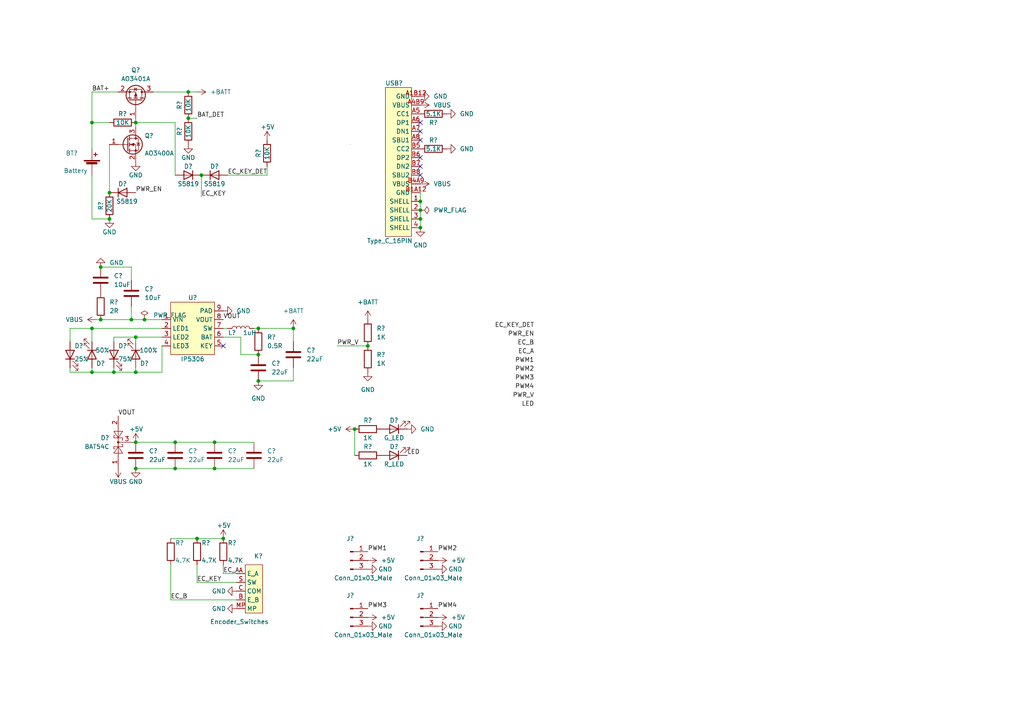
<source format=kicad_sch>
(kicad_sch (version 20211123) (generator eeschema)
  (paper "A4")
  (lib_symbols
    (symbol "Connector:Conn_01x03_Male" (pin_names (offset 1.016) hide)
      (property "Reference" "J" (at 0 5.08 0))
      (property "Value" "Conn_01x03_Male" (at 0 -5.08 0))
      (symbol "Conn_01x03_Male_1_1"
        (polyline (pts (xy 1.27 -2.54) (xy 0.8636 -2.54)) (stroke (width 0.1524)))
        (polyline (pts (xy 1.27 0) (xy 0.8636 0)) (stroke (width 0.1524)))
        (polyline (pts (xy 1.27 2.54) (xy 0.8636 2.54)) (stroke (width 0.1524)))
        (rectangle (start 0.8636 -2.413) (end 0 -2.667) (stroke (width 0.1524)) (fill (type outline)))
        (rectangle (start 0.8636 0.127) (end 0 -0.127) (stroke (width 0.1524)) (fill (type outline)))
        (rectangle (start 0.8636 2.667) (end 0 2.413) (stroke (width 0.1524)) (fill (type outline)))
        (pin passive line (at 5.08 2.54 180) (length 3.81) (name "Pin_1") (number "1"))
        (pin passive line (at 5.08 0 180) (length 3.81) (name "Pin_2") (number "2"))
        (pin passive line (at 5.08 -2.54 180) (length 3.81) (name "Pin_3") (number "3"))
      )
    )
    (symbol "Del_Schlib:Encoder_Switches"
      (property "Reference" "K" (at 0 1.27 0))
      (property "Value" "Encoder_Switches" (at -2.54 -15.24 0))
      (symbol "Encoder_Switches_0_1"
        (rectangle (start 0 0) (end 5.08 -13.97) (fill (type background)))
      )
      (symbol "Encoder_Switches_1_1"
        (pin output line (at -2.54 -2.54 0) (length 2.54) (name "E_A") (number "A"))
        (pin output line (at -2.54 -10.16 0) (length 2.54) (name "E_B") (number "B"))
        (pin power_in line (at -2.54 -7.62 0) (length 2.54) (name "COM") (number "C"))
        (pin power_in line (at -2.54 -12.7 0) (length 2.54) (name "MP") (number "MP"))
        (pin output line (at -2.54 -5.08 0) (length 2.54) (name "SW") (number "S"))
      )
    )
    (symbol "Del_Schlib:IP5306"
      (property "Reference" "U" (at 0 1.27 0))
      (property "Value" "IP5306" (at 8.89 1.27 0))
      (symbol "IP5306_0_1"
        (rectangle (start 0 0) (end 12.7 -15.24) (fill (type background)))
      )
      (symbol "IP5306_1_1"
        (pin power_in line (at -2.54 -5.08 0) (length 2.54) (name "VIN") (number "1"))
        (pin bidirectional line (at -2.54 -7.62 0) (length 2.54) (name "LED1") (number "2"))
        (pin bidirectional line (at -2.54 -10.16 0) (length 2.54) (name "LED2") (number "3"))
        (pin bidirectional line (at -2.54 -12.7 0) (length 2.54) (name "LED3") (number "4"))
        (pin input line (at 15.24 -12.7 180) (length 2.54) (name "KEY") (number "5"))
        (pin bidirectional line (at 15.24 -10.16 180) (length 2.54) (name "BAT") (number "6"))
        (pin bidirectional line (at 15.24 -7.62 180) (length 2.54) (name "SW") (number "7"))
        (pin power_out line (at 15.24 -5.08 180) (length 2.54) (name "VOUT") (number "8"))
        (pin power_in line (at 15.24 -2.54 180) (length 2.54) (name "PAD") (number "9"))
      )
    )
    (symbol "Del_Schlib:Type_C_16PIN"
      (property "Reference" "USB" (at 2.54 1.27 0))
      (property "Value" "Type_C_16PIN" (at 6.35 -44.45 0))
      (symbol "Type_C_16PIN_0_1"
        (arc (start -10.16 -16.51) (mid -10.16 -16.51) (end -10.16 -16.51))
        (rectangle (start 0 0) (end 7.62 -43.18) (fill (type background)))
      )
      (symbol "Type_C_16PIN_1_1"
        (pin power_in line (at 10.16 -33.02 180) (length 2.54) (name "SHELL") (number "1"))
        (pin power_in line (at 10.16 -35.56 180) (length 2.54) (name "SHELL") (number "2"))
        (pin power_in line (at 10.16 -38.1 180) (length 2.54) (name "SHELL") (number "3"))
        (pin power_in line (at 10.16 -40.64 180) (length 2.54) (name "SHELL") (number "4"))
        (pin power_in line (at 10.16 -2.54 180) (length 2.54) (name "GND") (number "A1B12"))
        (pin power_in line (at 10.16 -5.08 180) (length 2.54) (name "VBUS") (number "A4B9"))
        (pin bidirectional line (at 10.16 -7.62 180) (length 2.54) (name "CC1") (number "A5"))
        (pin bidirectional line (at 10.16 -10.16 180) (length 2.54) (name "DP1") (number "A6"))
        (pin bidirectional line (at 10.16 -12.7 180) (length 2.54) (name "DN1") (number "A7"))
        (pin bidirectional line (at 10.16 -15.24 180) (length 2.54) (name "SBU1") (number "A8"))
        (pin power_in line (at 10.16 -30.48 180) (length 2.54) (name "GND") (number "B1A12"))
        (pin power_in line (at 10.16 -27.94 180) (length 2.54) (name "VBUS") (number "B4A9"))
        (pin bidirectional line (at 10.16 -17.78 180) (length 2.54) (name "CC2") (number "B5"))
        (pin bidirectional line (at 10.16 -20.32 180) (length 2.54) (name "DP2") (number "B6"))
        (pin bidirectional line (at 10.16 -22.86 180) (length 2.54) (name "DN2") (number "B7"))
        (pin bidirectional line (at 10.16 -25.4 180) (length 2.54) (name "SBU2") (number "B8"))
      )
    )
    (symbol "Device:Battery_Cell" (pin_numbers hide) (pin_names (offset 0) hide)
      (property "Reference" "BT" (at 2.54 2.54 0))
      (property "Value" "Battery_Cell" (at 2.54 0 0))
      (symbol "Battery_Cell_0_1"
        (rectangle (start -2.286 1.778) (end 2.286 1.524) (fill (type outline)))
        (rectangle (start -1.5748 1.1938) (end 1.4732 0.6858) (fill (type outline)))
        (polyline (pts (xy 0 0.762) (xy 0 0)))
        (polyline (pts (xy 0 1.778) (xy 0 2.54)))
        (polyline (pts (xy 0.508 3.429) (xy 1.524 3.429)) (stroke (width 0.254)))
        (polyline (pts (xy 1.016 3.937) (xy 1.016 2.921)) (stroke (width 0.254)))
      )
      (symbol "Battery_Cell_1_1"
        (pin passive line (at 0 5.08 270) (length 2.54) (name "+") (number "1"))
        (pin passive line (at 0 -2.54 90) (length 2.54) (name "-") (number "2"))
      )
    )
    (symbol "Device:C" (pin_numbers hide) (pin_names (offset 0.254))
      (property "Reference" "C" (at 0.635 2.54 0))
      (property "Value" "C" (at 0.635 -2.54 0))
      (symbol "C_0_1"
        (polyline (pts (xy -2.032 -0.762) (xy 2.032 -0.762)) (stroke (width 0.508)))
        (polyline (pts (xy -2.032 0.762) (xy 2.032 0.762)) (stroke (width 0.508)))
      )
      (symbol "C_1_1"
        (pin passive line (at 0 3.81 270) (length 2.794) (name "~") (number "1"))
        (pin passive line (at 0 -3.81 90) (length 2.794) (name "~") (number "2"))
      )
    )
    (symbol "Device:D" (pin_numbers hide) (pin_names (offset 1.016) hide)
      (property "Reference" "D" (at 0 2.54 0))
      (property "Value" "D" (at 0 -2.54 0))
      (symbol "D_0_1"
        (polyline (pts (xy -1.27 1.27) (xy -1.27 -1.27)) (stroke (width 0.254)))
        (polyline (pts (xy 1.27 0) (xy -1.27 0)))
        (polyline (pts (xy 1.27 1.27) (xy 1.27 -1.27) (xy -1.27 0) (xy 1.27 1.27)) (stroke (width 0.254)))
      )
      (symbol "D_1_1"
        (pin passive line (at -3.81 0 0) (length 2.54) (name "K") (number "1"))
        (pin passive line (at 3.81 0 180) (length 2.54) (name "A") (number "2"))
      )
    )
    (symbol "Device:L" (pin_numbers hide) (pin_names (offset 1.016) hide)
      (property "Reference" "L" (at -1.27 0 90))
      (property "Value" "L" (at 1.905 0 90))
      (symbol "L_0_1"
        (arc (start 0 -2.54) (mid 0.635 -1.905) (end 0 -1.27))
        (arc (start 0 -1.27) (mid 0.635 -0.635) (end 0 0))
        (arc (start 0 0) (mid 0.635 0.635) (end 0 1.27))
        (arc (start 0 1.27) (mid 0.635 1.905) (end 0 2.54))
      )
      (symbol "L_1_1"
        (pin passive line (at 0 3.81 270) (length 1.27) (name "1") (number "1"))
        (pin passive line (at 0 -3.81 90) (length 1.27) (name "2") (number "2"))
      )
    )
    (symbol "Device:LED" (pin_numbers hide) (pin_names (offset 1.016) hide)
      (property "Reference" "D" (at 0 2.54 0))
      (property "Value" "LED" (at 0 -2.54 0))
      (symbol "LED_0_1"
        (polyline (pts (xy -1.27 -1.27) (xy -1.27 1.27)) (stroke (width 0.254)))
        (polyline (pts (xy -1.27 0) (xy 1.27 0)))
        (polyline (pts (xy 1.27 -1.27) (xy 1.27 1.27) (xy -1.27 0) (xy 1.27 -1.27)) (stroke (width 0.254)))
        (polyline (pts (xy -3.048 -0.762) (xy -4.572 -2.286) (xy -3.81 -2.286) (xy -4.572 -2.286) (xy -4.572 -1.524)))
        (polyline (pts (xy -1.778 -0.762) (xy -3.302 -2.286) (xy -2.54 -2.286) (xy -3.302 -2.286) (xy -3.302 -1.524)))
      )
      (symbol "LED_1_1"
        (pin passive line (at -3.81 0 0) (length 2.54) (name "K") (number "1"))
        (pin passive line (at 3.81 0 180) (length 2.54) (name "A") (number "2"))
      )
    )
    (symbol "Device:R" (pin_numbers hide) (pin_names (offset 0))
      (property "Reference" "R" (at 2.032 0 90))
      (property "Value" "R" (at 0 0 90))
      (symbol "R_0_1"
        (rectangle (start -1.016 -2.54) (end 1.016 2.54) (stroke (width 0.254)))
      )
      (symbol "R_1_1"
        (pin passive line (at 0 3.81 270) (length 1.27) (name "~") (number "1"))
        (pin passive line (at 0 -3.81 90) (length 1.27) (name "~") (number "2"))
      )
    )
    (symbol "Diode:BAT54C" (pin_names (offset 1.016))
      (property "Reference" "D" (at 0.635 -3.81 0))
      (property "Value" "BAT54C" (at -6.35 3.175 0))
      (symbol "BAT54C_0_1"
        (polyline (pts (xy -1.905 0) (xy 1.905 0)))
        (polyline (pts (xy -1.905 1.27) (xy -1.905 1.016)))
        (polyline (pts (xy -1.27 -1.27) (xy -0.635 -1.27)))
        (polyline (pts (xy -1.27 0) (xy -3.81 0)))
        (polyline (pts (xy -1.27 1.27) (xy -1.905 1.27)))
        (polyline (pts (xy -1.27 1.27) (xy -1.27 -1.27)))
        (polyline (pts (xy -0.635 -1.27) (xy -0.635 -1.016)))
        (polyline (pts (xy 0.635 -1.27) (xy 0.635 -1.016)))
        (polyline (pts (xy 1.27 -1.27) (xy 0.635 -1.27)))
        (polyline (pts (xy 1.27 1.27) (xy 1.27 -1.27)))
        (polyline (pts (xy 1.27 1.27) (xy 1.905 1.27)))
        (polyline (pts (xy 1.905 1.27) (xy 1.905 1.016)))
        (polyline (pts (xy 3.81 0) (xy 1.27 0)))
        (polyline (pts (xy -3.175 -1.27) (xy -3.175 1.27) (xy -1.27 0) (xy -3.175 -1.27)))
        (polyline (pts (xy 3.175 -1.27) (xy 3.175 1.27) (xy 1.27 0) (xy 3.175 -1.27)))
        (circle (center 0 0) (radius 0.254) (fill (type outline)))
      )
      (symbol "BAT54C_1_1"
        (pin passive line (at -7.62 0 0) (length 3.81) (name "~") (number "1"))
        (pin passive line (at 7.62 0 180) (length 3.81) (name "~") (number "2"))
        (pin passive line (at 0 -5.08 90) (length 5.08) (name "~") (number "3"))
      )
    )
    (symbol "Transistor_FET:AO3400A" (pin_names hide)
      (property "Reference" "Q" (at 5.08 1.905 0))
      (property "Value" "AO3400A" (at 5.08 0 0))
      (symbol "AO3400A_0_1"
        (polyline (pts (xy 0.254 0) (xy -2.54 0)))
        (polyline (pts (xy 0.254 1.905) (xy 0.254 -1.905)) (stroke (width 0.254)))
        (polyline (pts (xy 0.762 -1.27) (xy 0.762 -2.286)) (stroke (width 0.254)))
        (polyline (pts (xy 0.762 0.508) (xy 0.762 -0.508)) (stroke (width 0.254)))
        (polyline (pts (xy 0.762 2.286) (xy 0.762 1.27)) (stroke (width 0.254)))
        (polyline (pts (xy 2.54 2.54) (xy 2.54 1.778)))
        (polyline (pts (xy 2.54 -2.54) (xy 2.54 0) (xy 0.762 0)))
        (polyline (pts (xy 0.762 -1.778) (xy 3.302 -1.778) (xy 3.302 1.778) (xy 0.762 1.778)))
        (polyline (pts (xy 1.016 0) (xy 2.032 0.381) (xy 2.032 -0.381) (xy 1.016 0)) (fill (type outline)))
        (polyline (pts (xy 2.794 0.508) (xy 2.921 0.381) (xy 3.683 0.381) (xy 3.81 0.254)))
        (polyline (pts (xy 3.302 0.381) (xy 2.921 -0.254) (xy 3.683 -0.254) (xy 3.302 0.381)))
        (circle (center 1.651 0) (radius 2.794) (stroke (width 0.254)))
        (circle (center 2.54 -1.778) (radius 0.254) (fill (type outline)))
        (circle (center 2.54 1.778) (radius 0.254) (fill (type outline)))
      )
      (symbol "AO3400A_1_1"
        (pin input line (at -5.08 0 0) (length 2.54) (name "G") (number "1"))
        (pin passive line (at 2.54 -5.08 90) (length 2.54) (name "S") (number "2"))
        (pin passive line (at 2.54 5.08 270) (length 2.54) (name "D") (number "3"))
      )
    )
    (symbol "Transistor_FET:AO3401A" (pin_names hide)
      (property "Reference" "Q" (at 5.08 1.905 0))
      (property "Value" "AO3401A" (at 5.08 0 0))
      (symbol "AO3401A_0_1"
        (polyline (pts (xy 0.254 0) (xy -2.54 0)))
        (polyline (pts (xy 0.254 1.905) (xy 0.254 -1.905)) (stroke (width 0.254)))
        (polyline (pts (xy 0.762 -1.27) (xy 0.762 -2.286)) (stroke (width 0.254)))
        (polyline (pts (xy 0.762 0.508) (xy 0.762 -0.508)) (stroke (width 0.254)))
        (polyline (pts (xy 0.762 2.286) (xy 0.762 1.27)) (stroke (width 0.254)))
        (polyline (pts (xy 2.54 2.54) (xy 2.54 1.778)))
        (polyline (pts (xy 2.54 -2.54) (xy 2.54 0) (xy 0.762 0)))
        (polyline (pts (xy 0.762 1.778) (xy 3.302 1.778) (xy 3.302 -1.778) (xy 0.762 -1.778)))
        (polyline (pts (xy 2.286 0) (xy 1.27 0.381) (xy 1.27 -0.381) (xy 2.286 0)) (fill (type outline)))
        (polyline (pts (xy 2.794 -0.508) (xy 2.921 -0.381) (xy 3.683 -0.381) (xy 3.81 -0.254)))
        (polyline (pts (xy 3.302 -0.381) (xy 2.921 0.254) (xy 3.683 0.254) (xy 3.302 -0.381)))
        (circle (center 1.651 0) (radius 2.794) (stroke (width 0.254)))
        (circle (center 2.54 -1.778) (radius 0.254) (fill (type outline)))
        (circle (center 2.54 1.778) (radius 0.254) (fill (type outline)))
      )
      (symbol "AO3401A_1_1"
        (pin input line (at -5.08 0 0) (length 2.54) (name "G") (number "1"))
        (pin passive line (at 2.54 -5.08 90) (length 2.54) (name "S") (number "2"))
        (pin passive line (at 2.54 5.08 270) (length 2.54) (name "D") (number "3"))
      )
    )
    (symbol "power:+5V" (power) (pin_names (offset 0))
      (property "Value" "+5V" (at 0 3.556 0))
      (symbol "+5V_0_1"
        (polyline (pts (xy -0.762 1.27) (xy 0 2.54)))
        (polyline (pts (xy 0 0) (xy 0 2.54)))
        (polyline (pts (xy 0 2.54) (xy 0.762 1.27)))
      )
      (symbol "+5V_1_1"
        (pin power_in line (at 0 0 90) (length 0) hide (name "+5V") (number "1"))
      )
    )
    (symbol "power:+BATT" (power) (pin_names (offset 0))
      (property "Value" "+BATT" (at 0 3.556 0))
      (symbol "+BATT_0_1"
        (polyline (pts (xy -0.762 1.27) (xy 0 2.54)))
        (polyline (pts (xy 0 0) (xy 0 2.54)))
        (polyline (pts (xy 0 2.54) (xy 0.762 1.27)))
      )
      (symbol "+BATT_1_1"
        (pin power_in line (at 0 0 90) (length 0) hide (name "+BATT") (number "1"))
      )
    )
    (symbol "power:GND" (power) (pin_names (offset 0))
      (property "Value" "GND" (at 0 -3.81 0))
      (symbol "GND_0_1"
        (polyline (pts (xy 0 0) (xy 0 -1.27) (xy 1.27 -1.27) (xy 0 -2.54) (xy -1.27 -1.27) (xy 0 -1.27)))
      )
      (symbol "GND_1_1"
        (pin power_in line (at 0 0 270) (length 0) hide (name "GND") (number "1"))
      )
    )
    (symbol "power:PWR_FLAG" (power) (pin_numbers hide) (pin_names (offset 0) hide)
      (property "Value" "PWR_FLAG" (at 0 3.81 0))
      (symbol "PWR_FLAG_0_0"
        (pin power_out line (at 0 0 90) (length 0) (name "pwr") (number "1"))
      )
      (symbol "PWR_FLAG_0_1"
        (polyline (pts (xy 0 0) (xy 0 1.27) (xy -1.016 1.905) (xy 0 2.54) (xy 1.016 1.905) (xy 0 1.27)))
      )
    )
    (symbol "power:VBUS" (power) (pin_names (offset 0))
      (property "Value" "VBUS" (at 0 3.81 0))
      (symbol "VBUS_0_1"
        (polyline (pts (xy -0.762 1.27) (xy 0 2.54)))
        (polyline (pts (xy 0 0) (xy 0 2.54)))
        (polyline (pts (xy 0 2.54) (xy 0.762 1.27)))
      )
      (symbol "VBUS_1_1"
        (pin power_in line (at 0 0 90) (length 0) hide (name "VBUS") (number "1"))
      )
    )
  )
  (junction (at 31.75 63.5))
  (junction (at 39.37 35.56))
  (junction (at 50.8 128.27))
  (junction (at 29.21 92.71))
  (junction (at 85.09 95.25))
  (junction (at 31.75 55.88))
  (junction (at 39.37 97.79))
  (junction (at 64.77 156.21))
  (junction (at 57.15 156.21))
  (junction (at 41.91 92.71))
  (junction (at 74.93 95.25))
  (junction (at 26.67 35.56))
  (junction (at 106.68 100.33))
  (junction (at 26.67 95.25))
  (junction (at 121.92 63.5))
  (junction (at 121.92 66.04))
  (junction (at 62.23 128.27))
  (junction (at 26.67 107.95))
  (junction (at 39.37 107.95))
  (junction (at 38.1 92.71))
  (junction (at 54.61 26.67))
  (junction (at 121.92 58.42))
  (junction (at 39.37 135.89))
  (junction (at 102.87 124.46))
  (junction (at 54.61 34.29))
  (junction (at 39.37 128.27))
  (junction (at 121.92 60.96))
  (junction (at 29.21 77.47))
  (junction (at 58.42 50.8))
  (junction (at 33.02 107.95))
  (junction (at 74.93 110.49))
  (junction (at 62.23 135.89))
  (junction (at 50.8 135.89))
  (junction (at 74.93 102.87))
  (no_connect (at 121.92 48.26))
  (no_connect (at 121.92 35.56))
  (no_connect (at 121.92 40.64))
  (no_connect (at 64.77 100.33))
  (no_connect (at 121.92 38.1))
  (no_connect (at 121.92 50.8))
  (no_connect (at 121.92 45.72))
  (wire (pts (xy 31.75 41.91) (xy 31.75 55.88)))
  (wire (pts (xy 64.77 166.37) (xy 64.77 163.83)))
  (wire (pts (xy 68.58 173.99) (xy 49.53 173.99)))
  (wire (pts (xy 121.92 58.42) (xy 121.92 60.96)))
  (wire (pts (xy 26.67 95.25) (xy 26.67 99.06)))
  (wire (pts (xy 33.02 107.95) (xy 39.37 107.95)))
  (wire (pts (xy 26.67 35.56) (xy 26.67 26.67)))
  (wire (pts (xy 49.53 156.21) (xy 57.15 156.21)))
  (wire (pts (xy 57.15 168.91) (xy 57.15 163.83)))
  (wire (pts (xy 50.8 35.56) (xy 50.8 50.8)))
  (wire (pts (xy 57.15 34.29) (xy 54.61 34.29)))
  (wire (pts (xy 39.37 107.95) (xy 39.37 106.68)))
  (wire (pts (xy 73.66 95.25) (xy 74.93 95.25)))
  (wire (pts (xy 31.75 63.5) (xy 26.67 63.5)))
  (wire (pts (xy 39.37 128.27) (xy 50.8 128.27)))
  (wire (pts (xy 66.04 50.8) (xy 77.47 50.8)))
  (wire (pts (xy 74.93 95.25) (xy 85.09 95.25)))
  (wire (pts (xy 68.58 166.37) (xy 64.77 166.37)))
  (wire (pts (xy 27.94 92.71) (xy 29.21 92.71)))
  (wire (pts (xy 74.93 102.87) (xy 69.85 102.87)))
  (wire (pts (xy 20.32 107.95) (xy 20.32 106.68)))
  (wire (pts (xy 26.67 43.18) (xy 26.67 35.56)))
  (wire (pts (xy 46.99 97.79) (xy 39.37 97.79)))
  (wire (pts (xy 33.02 97.79) (xy 33.02 99.06)))
  (wire (pts (xy 26.67 26.67) (xy 34.29 26.67)))
  (wire (pts (xy 39.37 97.79) (xy 39.37 99.06)))
  (wire (pts (xy 26.67 35.56) (xy 31.75 35.56)))
  (wire (pts (xy 39.37 34.29) (xy 39.37 35.56)))
  (wire (pts (xy 20.32 95.25) (xy 26.67 95.25)))
  (wire (pts (xy 39.37 135.89) (xy 50.8 135.89)))
  (wire (pts (xy 85.09 95.25) (xy 85.09 99.06)))
  (wire (pts (xy 121.92 55.88) (xy 121.92 58.42)))
  (wire (pts (xy 49.53 173.99) (xy 49.53 163.83)))
  (wire (pts (xy 46.99 107.95) (xy 46.99 100.33)))
  (wire (pts (xy 57.15 156.21) (xy 64.77 156.21)))
  (wire (pts (xy 26.67 63.5) (xy 26.67 50.8)))
  (wire (pts (xy 64.77 97.79) (xy 69.85 97.79)))
  (wire (pts (xy 26.67 107.95) (xy 26.67 106.68)))
  (wire (pts (xy 39.37 107.95) (xy 46.99 107.95)))
  (wire (pts (xy 121.92 60.96) (xy 121.92 63.5)))
  (wire (pts (xy 66.04 95.25) (xy 64.77 95.25)))
  (wire (pts (xy 121.92 63.5) (xy 121.92 66.04)))
  (wire (pts (xy 69.85 102.87) (xy 69.85 97.79)))
  (wire (pts (xy 39.37 35.56) (xy 39.37 36.83)))
  (wire (pts (xy 20.32 99.06) (xy 20.32 95.25)))
  (wire (pts (xy 20.32 107.95) (xy 26.67 107.95)))
  (wire (pts (xy 54.61 26.67) (xy 44.45 26.67)))
  (wire (pts (xy 58.42 50.8) (xy 58.42 57.15)))
  (wire (pts (xy 85.09 106.68) (xy 85.09 110.49)))
  (wire (pts (xy 50.8 135.89) (xy 62.23 135.89)))
  (wire (pts (xy 68.58 168.91) (xy 57.15 168.91)))
  (wire (pts (xy 33.02 107.95) (xy 33.02 106.68)))
  (wire (pts (xy 102.87 124.46) (xy 102.87 132.08)))
  (wire (pts (xy 38.1 77.47) (xy 38.1 81.28)))
  (wire (pts (xy 97.79 100.33) (xy 106.68 100.33)))
  (wire (pts (xy 38.1 88.9) (xy 38.1 92.71)))
  (wire (pts (xy 62.23 128.27) (xy 73.66 128.27)))
  (wire (pts (xy 77.47 50.8) (xy 77.47 48.26)))
  (wire (pts (xy 29.21 92.71) (xy 38.1 92.71)))
  (wire (pts (xy 39.37 97.79) (xy 33.02 97.79)))
  (wire (pts (xy 29.21 77.47) (xy 38.1 77.47)))
  (wire (pts (xy 26.67 107.95) (xy 33.02 107.95)))
  (wire (pts (xy 41.91 92.71) (xy 46.99 92.71)))
  (wire (pts (xy 85.09 110.49) (xy 74.93 110.49)))
  (wire (pts (xy 50.8 128.27) (xy 62.23 128.27)))
  (wire (pts (xy 38.1 92.71) (xy 41.91 92.71)))
  (wire (pts (xy 62.23 135.89) (xy 73.66 135.89)))
  (wire (pts (xy 57.15 26.67) (xy 54.61 26.67)))
  (wire (pts (xy 39.37 35.56) (xy 50.8 35.56)))
  (wire (pts (xy 46.99 95.25) (xy 26.67 95.25)))
  (label "VOUT" (at 64.77 92.71 0))
  (label "EC_KEY" (at 57.15 168.91 0))
  (label "EC_A" (at 154.94 102.87 180))
  (label "EC_A" (at 64.77 166.37 0))
  (label "PWR_EN" (at 39.37 55.88 0))
  (label "EC_B" (at 154.94 100.33 180))
  (label "EC_KEY_DET" (at 154.94 95.25 180))
  (label "PWM2" (at 127 160.02 0))
  (label "EC_KEY_DET" (at 66.04 50.8 0))
  (label "BAT+" (at 26.67 26.67 0))
  (label "PWR_V" (at 97.79 100.33 0))
  (label "PWM1" (at 154.94 105.41 180))
  (label "LED" (at 154.94 118.11 180))
  (label "PWM3" (at 106.68 176.53 0))
  (label "EC_KEY" (at 58.42 57.15 0))
  (label "EC_B" (at 49.53 173.9598 0))
  (label "PWM1" (at 106.68 160.02 0))
  (label "PWR_V" (at 154.94 115.57 180))
  (label "LED" (at 118.11 132.08 0))
  (label "BAT_DET" (at 57.15 34.29 0))
  (label "PWR_EN" (at 154.94 97.79 180))
  (label "PWM4" (at 154.94 113.03 180))
  (label "VOUT" (at 34.29 120.65 0))
  (label "PWM2" (at 154.94 107.95 180))
  (label "PWM4" (at 127 176.53 0))
  (label "PWM3" (at 154.94 110.49 180))
  (symbol (lib_id "Device:D") (at 54.61 50.8 180) (unit 1)
    (property "Reference" "D?" (at 54.61 48.26 0))
    (property "Value" "S5819" (at 54.61 53.34 0))
  )
  (symbol (lib_id "power:+5V") (at 64.77 156.21 0) (unit 1)
    (property "Reference" "#PWR?" (effects hide))
    (property "Value" "+5V" (at 62.865 152.4 0) (effects (justify left)))
  )
  (symbol (lib_id "power:+BATT") (at 106.68 92.71 0) (unit 1)
    (property "Reference" "#PWR?" (effects hide))
    (property "Value" "+BATT" (at 106.68 87.63 0))
  )
  (symbol (lib_id "Device:R") (at 106.68 104.14 0) (unit 1)
    (property "Reference" "R?" (at 109.22 102.8699 0) (effects (justify left)))
    (property "Value" "1K" (at 109.22 105.4099 0) (effects (justify left)))
  )
  (symbol (lib_id "power:GND") (at 129.54 33.02 90) (unit 1)
    (property "Reference" "#PWR?" (effects hide))
    (property "Value" "GND" (at 133.35 33.0199 90) (effects (justify right)))
  )
  (symbol (lib_id "power:GND") (at 64.77 90.17 90) (unit 1)
    (property "Reference" "#PWR?" (effects hide))
    (property "Value" "GND" (at 68.58 90.1699 90) (effects (justify right)))
  )
  (symbol (lib_id "Connector:Conn_01x03_Male") (at 101.6 179.07 0) (unit 1)
    (property "Reference" "J?" (at 101.6 172.72 0))
    (property "Value" "Conn_01x03_Male" (at 105.41 184.15 0))
  )
  (symbol (lib_id "power:VBUS") (at 27.94 92.71 90) (unit 1)
    (property "Reference" "#PWR?" (effects hide))
    (property "Value" "VBUS" (at 24.13 92.71 90) (effects (justify left)))
  )
  (symbol (lib_id "Device:R") (at 64.77 160.02 0) (unit 1)
    (property "Reference" "R?" (at 66.04 157.48 0) (effects (justify left)))
    (property "Value" "4.7K" (at 66.04 162.56 0) (effects (justify left)))
  )
  (symbol (lib_id "power:GND") (at 68.58 176.53 270) (unit 1)
    (property "Reference" "#PWR?" (effects hide))
    (property "Value" "GND" (at 63.5 176.53 90))
  )
  (symbol (lib_id "Device:C") (at 39.37 132.08 0) (unit 1)
    (property "Reference" "C?" (at 43.18 130.8099 0) (effects (justify left)))
    (property "Value" "22uF" (at 43.18 133.3499 0) (effects (justify left)))
    (property "Footprint" "Capacitor_SMD:C_1206_3216Metric" (effects hide))
  )
  (symbol (lib_id "Device:D") (at 62.23 50.8 0) (unit 1)
    (property "Reference" "D?" (at 62.23 48.26 0))
    (property "Value" "S5819" (at 62.23 53.34 0))
  )
  (symbol (lib_id "power:+5V") (at 77.47 40.64 0) (unit 1)
    (property "Reference" "#PWR?" (effects hide))
    (property "Value" "+5V" (at 75.565 36.83 0) (effects (justify left)))
  )
  (symbol (lib_id "Device:D") (at 35.56 55.88 0) (unit 1)
    (property "Reference" "D?" (at 35.56 53.34 0))
    (property "Value" "S5819" (at 36.83 58.42 0))
  )
  (symbol (lib_id "power:GND") (at 127 181.61 90) (unit 1)
    (property "Reference" "#PWR?" (effects hide))
    (property "Value" "GND" (at 132.08 181.61 90))
  )
  (symbol (lib_id "Device:C") (at 62.23 132.08 0) (unit 1)
    (property "Reference" "C?" (at 66.04 130.8099 0) (effects (justify left)))
    (property "Value" "22uF" (at 66.04 133.3499 0) (effects (justify left)))
    (property "Footprint" "Capacitor_SMD:C_1206_3216Metric" (effects hide))
  )
  (symbol (lib_id "Device:R") (at 35.56 35.56 90) (unit 1)
    (property "Reference" "R?" (at 35.56 33.02 90))
    (property "Value" "10K" (at 35.56 35.56 90))
  )
  (symbol (lib_id "power:VBUS") (at 121.92 30.48 270) (unit 1)
    (property "Reference" "#PWR?" (effects hide))
    (property "Value" "VBUS" (at 125.73 30.4799 90) (effects (justify left)))
  )
  (symbol (lib_id "power:+BATT") (at 85.09 95.25 0) (unit 1)
    (property "Reference" "#PWR?" (effects hide))
    (property "Value" "+BATT" (at 85.09 90.17 0))
  )
  (symbol (lib_id "Device:C") (at 85.09 102.87 0) (unit 1)
    (property "Reference" "C?" (at 88.9 101.5999 0) (effects (justify left)))
    (property "Value" "22uF" (at 88.9 104.1399 0) (effects (justify left)))
    (property "Footprint" "Capacitor_SMD:C_1206_3216Metric" (effects hide))
  )
  (symbol (lib_id "Device:L") (at 69.85 95.25 90) (unit 1)
    (property "Reference" "L?" (at 67.31 96.52 90))
    (property "Value" "1uH" (at 72.39 96.52 90))
    (property "Footprint" "Del:IND0420" (effects hide))
  )
  (symbol (lib_id "Device:C") (at 73.66 132.08 0) (unit 1)
    (property "Reference" "C?" (at 77.47 130.8099 0) (effects (justify left)))
    (property "Value" "22uF" (at 77.47 133.3499 0) (effects (justify left)))
    (property "Footprint" "Capacitor_SMD:C_1206_3216Metric" (effects hide))
  )
  (symbol (lib_id "power:GND") (at 74.93 110.49 0) (unit 1)
    (property "Reference" "#PWR?" (effects hide))
    (property "Value" "GND" (at 74.93 115.57 0))
  )
  (symbol (lib_id "power:GND") (at 54.61 41.91 0) (unit 1)
    (property "Reference" "#PWR?" (effects hide))
    (property "Value" "GND" (at 54.61 45.72 0))
  )
  (symbol (lib_id "power:+5V") (at 102.87 124.46 90) (unit 1)
    (property "Reference" "#PWR?" (effects hide))
    (property "Value" "+5V" (at 99.06 124.46 90) (effects (justify left)))
  )
  (symbol (lib_id "Device:Battery_Cell") (at 26.67 48.26 0) (unit 1)
    (property "Reference" "BT?" (at 19.05 44.45 0) (effects (justify left)))
    (property "Value" "Battery" (at 25.4 49.53 0) (effects (justify right)))
  )
  (symbol (lib_id "Device:C") (at 29.21 81.28 0) (unit 1)
    (property "Reference" "C?" (at 33.02 80.0099 0) (effects (justify left)))
    (property "Value" "10uF" (at 33.02 82.5499 0) (effects (justify left)))
    (property "Footprint" "Capacitor_SMD:C_0603_1608Metric_Pad1.08x0.95mm_HandSolder" (effects hide))
  )
  (symbol (lib_id "power:GND") (at 127 165.1 90) (unit 1)
    (property "Reference" "#PWR?" (effects hide))
    (property "Value" "GND" (at 132.08 165.1 90))
  )
  (symbol (lib_id "Device:R") (at 54.61 38.1 180) (unit 1)
    (property "Reference" "R?" (at 52.07 38.1 90))
    (property "Value" "10K" (at 54.61 38.1 90))
  )
  (symbol (lib_id "power:+5V") (at 106.68 179.07 270) (unit 1)
    (property "Reference" "#PWR?" (effects hide))
    (property "Value" "+5V" (at 110.49 179.07 90) (effects (justify left)))
  )
  (symbol (lib_id "Device:LED") (at 39.37 102.87 270) (unit 1)
    (property "Reference" "D?" (at 43.18 105.41 90) (effects (justify right)))
    (property "Value" "100%" (at 45.72 101.6 90) (effects (justify right)))
    (property "Footprint" "LED_SMD:LED_0603_1608Metric_Pad1.05x0.95mm_HandSolder" (effects hide))
  )
  (symbol (lib_id "Transistor_FET:AO3401A") (at 39.37 29.21 270) (mirror x) (unit 1)
    (property "Reference" "Q?" (at 39.37 20.32 90))
    (property "Value" "AO3401A" (at 39.37 22.86 90))
    (property "Footprint" "Package_TO_SOT_SMD:SOT-23" (effects hide))
    (property "Datasheet" "http://www.aosmd.com/pdfs/datasheet/AO3401A.pdf" (effects hide))
  )
  (symbol (lib_id "power:GND") (at 39.37 46.99 0) (unit 1)
    (property "Reference" "#PWR?" (effects hide))
    (property "Value" "GND" (at 39.37 50.8 0))
  )
  (symbol (lib_id "Device:LED") (at 26.67 102.87 270) (unit 1)
    (property "Reference" "D?" (at 30.48 105.41 90) (effects (justify right)))
    (property "Value" "50%" (at 31.75 101.6 90) (effects (justify right)))
    (property "Footprint" "LED_SMD:LED_0603_1608Metric_Pad1.05x0.95mm_HandSolder" (effects hide))
  )
  (symbol (lib_id "Device:C") (at 38.1 85.09 0) (unit 1)
    (property "Reference" "C?" (at 41.91 83.8199 0) (effects (justify left)))
    (property "Value" "10uF" (at 41.91 86.3599 0) (effects (justify left)))
    (property "Footprint" "Capacitor_SMD:C_0603_1608Metric_Pad1.08x0.95mm_HandSolder" (effects hide))
  )
  (symbol (lib_id "power:PWR_FLAG") (at 121.92 60.96 270) (unit 1)
    (property "Reference" "#FLG?" (effects hide))
    (property "Value" "PWR_FLAG" (at 125.73 60.9599 90) (effects (justify left)))
  )
  (symbol (lib_id "power:GND") (at 31.75 63.5 0) (unit 1)
    (property "Reference" "#PWR?" (effects hide))
    (property "Value" "GND" (at 31.75 67.31 0))
  )
  (symbol (lib_id "Device:R") (at 106.68 124.46 90) (unit 1)
    (property "Reference" "R?" (at 106.68 121.92 90))
    (property "Value" "1K" (at 106.68 127 90))
  )
  (symbol (lib_id "Device:LED") (at 114.3 124.46 180) (unit 1)
    (property "Reference" "D?" (at 114.3 121.92 0))
    (property "Value" "G_LED" (at 114.3 127 0))
  )
  (symbol (lib_id "Del_Schlib:Encoder_Switches") (at 71.12 163.83 0) (unit 1)
    (property "Reference" "K?" (at 73.66 161.29 0) (effects (justify left)))
    (property "Value" "Encoder_Switches" (at 60.96 180.34 0) (effects (justify left)))
    (property "Footprint" "Del:SIQ_02FVS3" (effects hide))
  )
  (symbol (lib_id "power:+5V") (at 127 162.56 270) (unit 1)
    (property "Reference" "#PWR?" (effects hide))
    (property "Value" "+5V" (at 130.81 162.56 90) (effects (justify left)))
  )
  (symbol (lib_id "Device:R") (at 125.73 43.18 270) (unit 1)
    (property "Reference" "R?" (at 125.73 40.64 90))
    (property "Value" "5.1K" (at 125.73 43.18 90))
    (property "Footprint" "Resistor_SMD:R_0603_1608Metric_Pad0.98x0.95mm_HandSolder" (effects hide))
  )
  (symbol (lib_id "power:GND") (at 106.68 181.61 90) (unit 1)
    (property "Reference" "#PWR?" (effects hide))
    (property "Value" "GND" (at 111.76 181.61 90))
  )
  (symbol (lib_id "Device:R") (at 31.75 59.69 180) (unit 1)
    (property "Reference" "R?" (at 29.21 59.69 90))
    (property "Value" "20K" (at 31.75 59.69 90))
  )
  (symbol (lib_id "power:+5V") (at 39.37 128.27 0) (unit 1)
    (property "Reference" "#PWR?" (effects hide))
    (property "Value" "+5V" (at 37.465 124.46 0) (effects (justify left)))
  )
  (symbol (lib_id "Transistor_FET:AO3400A") (at 36.83 41.91 0) (unit 1)
    (property "Reference" "Q?" (at 41.91 39.37 0) (effects (justify left)))
    (property "Value" "AO3400A" (at 41.91 44.45 0) (effects (justify left)))
    (property "Footprint" "Package_TO_SOT_SMD:SOT-23" (effects hide))
    (property "Datasheet" "http://www.aosmd.com/pdfs/datasheet/AO3400A.pdf" (effects hide))
  )
  (symbol (lib_id "Connector:Conn_01x03_Male") (at 101.6 162.56 0) (unit 1)
    (property "Reference" "J?" (at 101.6 156.21 0))
    (property "Value" "Conn_01x03_Male" (at 105.41 167.64 0))
  )
  (symbol (lib_id "power:GND") (at 121.92 66.04 0) (unit 1)
    (property "Reference" "#PWR?" (effects hide))
    (property "Value" "GND" (at 121.92 71.12 0))
  )
  (symbol (lib_id "Del_Schlib:IP5306") (at 49.53 87.63 0) (unit 1)
    (property "Reference" "U?" (at 55.88 86.36 0))
    (property "Value" "IP5306" (at 55.88 104.14 0))
    (property "Footprint" "Package_SO:HSOP-8-1EP_3.9x4.9mm_P1.27mm_EP2.3x2.3mm" (effects hide))
  )
  (symbol (lib_id "power:VBUS") (at 121.92 53.34 270) (unit 1)
    (property "Reference" "#PWR?" (effects hide))
    (property "Value" "VBUS" (at 125.73 53.3399 90) (effects (justify left)))
  )
  (symbol (lib_id "power:VBUS") (at 34.29 135.89 180) (unit 1)
    (property "Reference" "#PWR?" (effects hide))
    (property "Value" "VBUS" (at 31.75 139.7 0) (effects (justify right)))
  )
  (symbol (lib_id "Device:LED") (at 20.32 102.87 90) (unit 1)
    (property "Reference" "D?" (at 21.59 100.33 90) (effects (justify right)))
    (property "Value" "25%" (at 21.59 104.14 90) (effects (justify right)))
    (property "Footprint" "LED_SMD:LED_0603_1608Metric_Pad1.05x0.95mm_HandSolder" (effects hide))
  )
  (symbol (lib_id "Device:R") (at 106.68 132.08 90) (unit 1)
    (property "Reference" "R?" (at 106.68 129.54 90))
    (property "Value" "1K" (at 106.68 134.62 90))
  )
  (symbol (lib_id "power:GND") (at 106.68 165.1 90) (unit 1)
    (property "Reference" "#PWR?" (effects hide))
    (property "Value" "GND" (at 111.76 165.1 90))
  )
  (symbol (lib_id "power:+5V") (at 127 179.07 270) (unit 1)
    (property "Reference" "#PWR?" (effects hide))
    (property "Value" "+5V" (at 130.81 179.07 90) (effects (justify left)))
  )
  (symbol (lib_id "Device:R") (at 106.68 96.52 0) (unit 1)
    (property "Reference" "R?" (at 109.22 95.2499 0) (effects (justify left)))
    (property "Value" "1K" (at 109.22 97.7899 0) (effects (justify left)))
  )
  (symbol (lib_id "power:+BATT") (at 57.15 26.67 270) (unit 1)
    (property "Reference" "#PWR?" (effects hide))
    (property "Value" "+BATT" (at 60.96 26.6699 90) (effects (justify left)))
  )
  (symbol (lib_id "Device:R") (at 49.53 160.02 0) (unit 1)
    (property "Reference" "R?" (at 50.8 157.48 0) (effects (justify left)))
    (property "Value" "4.7K" (at 50.8 162.56 0) (effects (justify left)))
  )
  (symbol (lib_id "Del_Schlib:Type_C_16PIN") (at 111.76 25.4 0) (unit 1)
    (property "Reference" "USB?" (at 114.3 24.13 0))
    (property "Value" "Type_C_16PIN" (at 113.03 69.85 0))
    (property "Footprint" "Del:TYPE-C-16PIN_SMD" (effects hide))
  )
  (symbol (lib_id "power:GND") (at 121.92 27.94 90) (unit 1)
    (property "Reference" "#PWR?" (effects hide))
    (property "Value" "GND" (at 125.73 27.9399 90) (effects (justify right)))
  )
  (symbol (lib_id "Device:R") (at 77.47 44.45 180) (unit 1)
    (property "Reference" "R?" (at 74.93 44.45 90))
    (property "Value" "10K" (at 77.47 44.45 90))
  )
  (symbol (lib_id "Device:LED") (at 114.3 132.08 180) (unit 1)
    (property "Reference" "D?" (at 114.3 129.54 0))
    (property "Value" "R_LED" (at 114.3 134.62 0))
  )
  (symbol (lib_id "Device:R") (at 54.61 30.48 180) (unit 1)
    (property "Reference" "R?" (at 52.07 30.48 90))
    (property "Value" "10K" (at 54.61 30.48 90))
  )
  (symbol (lib_id "Device:R") (at 57.15 160.02 0) (unit 1)
    (property "Reference" "R?" (at 58.42 157.48 0) (effects (justify left)))
    (property "Value" "4.7K" (at 58.42 162.56 0) (effects (justify left)))
  )
  (symbol (lib_id "power:PWR_FLAG") (at 41.91 92.71 0) (unit 1)
    (property "Reference" "#FLG?" (effects hide))
    (property "Value" "PWR_FLAG" (at 44.45 91.4399 0) (effects (justify left)))
  )
  (symbol (lib_id "Device:LED") (at 33.02 102.87 90) (unit 1)
    (property "Reference" "D?" (at 34.29 100.33 90) (effects (justify right)))
    (property "Value" "75%" (at 34.29 104.14 90) (effects (justify right)))
    (property "Footprint" "LED_SMD:LED_0603_1608Metric_Pad1.05x0.95mm_HandSolder" (effects hide))
  )
  (symbol (lib_id "Device:R") (at 74.93 99.06 0) (unit 1)
    (property "Reference" "R?" (at 77.47 97.7899 0) (effects (justify left)))
    (property "Value" "0.5R" (at 77.47 100.3299 0) (effects (justify left)))
    (property "Footprint" "Resistor_SMD:R_0603_1608Metric_Pad0.98x0.95mm_HandSolder" (effects hide))
  )
  (symbol (lib_id "Device:R") (at 125.73 33.02 90) (unit 1)
    (property "Reference" "R?" (at 125.73 35.56 90))
    (property "Value" "5.1K" (at 125.73 33.02 90))
    (property "Footprint" "Resistor_SMD:R_0603_1608Metric_Pad0.98x0.95mm_HandSolder" (effects hide))
  )
  (symbol (lib_id "power:GND") (at 106.68 107.95 0) (unit 1)
    (property "Reference" "#PWR?" (effects hide))
    (property "Value" "GND" (at 106.68 113.03 0))
  )
  (symbol (lib_id "power:GND") (at 39.37 135.89 0) (unit 1)
    (property "Reference" "#PWR?" (effects hide))
    (property "Value" "GND" (at 39.37 139.7 0))
  )
  (symbol (lib_id "power:+5V") (at 106.68 162.56 270) (unit 1)
    (property "Reference" "#PWR?" (effects hide))
    (property "Value" "+5V" (at 110.49 162.56 90) (effects (justify left)))
  )
  (symbol (lib_id "Connector:Conn_01x03_Male") (at 121.92 162.56 0) (unit 1)
    (property "Reference" "J?" (at 121.92 156.21 0))
    (property "Value" "Conn_01x03_Male" (at 125.73 167.64 0))
  )
  (symbol (lib_id "Diode:BAT54C") (at 34.29 128.27 90) (unit 1)
    (property "Reference" "D?" (at 31.75 126.9999 90) (effects (justify left)))
    (property "Value" "BAT54C" (at 31.75 129.5399 90) (effects (justify left)))
    (property "Footprint" "Package_TO_SOT_SMD:SOT-23" (effects hide))
    (property "Datasheet" "http://www.diodes.com/_files/datasheets/ds11005.pdf" (effects hide))
  )
  (symbol (lib_id "Device:C") (at 50.8 132.08 0) (unit 1)
    (property "Reference" "C?" (at 54.61 130.8099 0) (effects (justify left)))
    (property "Value" "22uF" (at 54.61 133.3499 0) (effects (justify left)))
    (property "Footprint" "Capacitor_SMD:C_1206_3216Metric" (effects hide))
  )
  (symbol (lib_id "power:GND") (at 118.11 124.46 90) (unit 1)
    (property "Reference" "#PWR?" (effects hide))
    (property "Value" "GND" (at 121.92 124.4599 90) (effects (justify right)))
  )
  (symbol (lib_id "power:GND") (at 129.54 43.18 90) (unit 1)
    (property "Reference" "#PWR?" (effects hide))
    (property "Value" "GND" (at 133.35 43.1799 90) (effects (justify right)))
  )
  (symbol (lib_id "power:GND") (at 68.58 171.45 270) (unit 1)
    (property "Reference" "#PWR?" (effects hide))
    (property "Value" "GND" (at 63.5 171.45 90))
  )
  (symbol (lib_id "Device:R") (at 29.21 88.9 0) (unit 1)
    (property "Reference" "R?" (at 31.75 87.6299 0) (effects (justify left)))
    (property "Value" "2R" (at 31.75 90.1699 0) (effects (justify left)))
    (property "Footprint" "Resistor_SMD:R_0603_1608Metric_Pad0.98x0.95mm_HandSolder" (effects hide))
  )
  (symbol (lib_id "Connector:Conn_01x03_Male") (at 121.92 179.07 0) (unit 1)
    (property "Reference" "J?" (at 121.92 172.72 0))
    (property "Value" "Conn_01x03_Male" (at 125.73 184.15 0))
  )
  (symbol (lib_id "Device:C") (at 74.93 106.68 0) (unit 1)
    (property "Reference" "C?" (at 78.74 105.4099 0) (effects (justify left)))
    (property "Value" "22uF" (at 78.74 107.9499 0) (effects (justify left)))
    (property "Footprint" "Capacitor_SMD:C_1206_3216Metric" (effects hide))
  )
  (symbol (lib_id "power:GND") (at 29.21 77.47 180) (unit 1)
    (property "Reference" "#PWR?" (effects hide))
    (property "Value" "GND" (at 31.75 76.1999 0) (effects (justify right)))
  )
)
</source>
